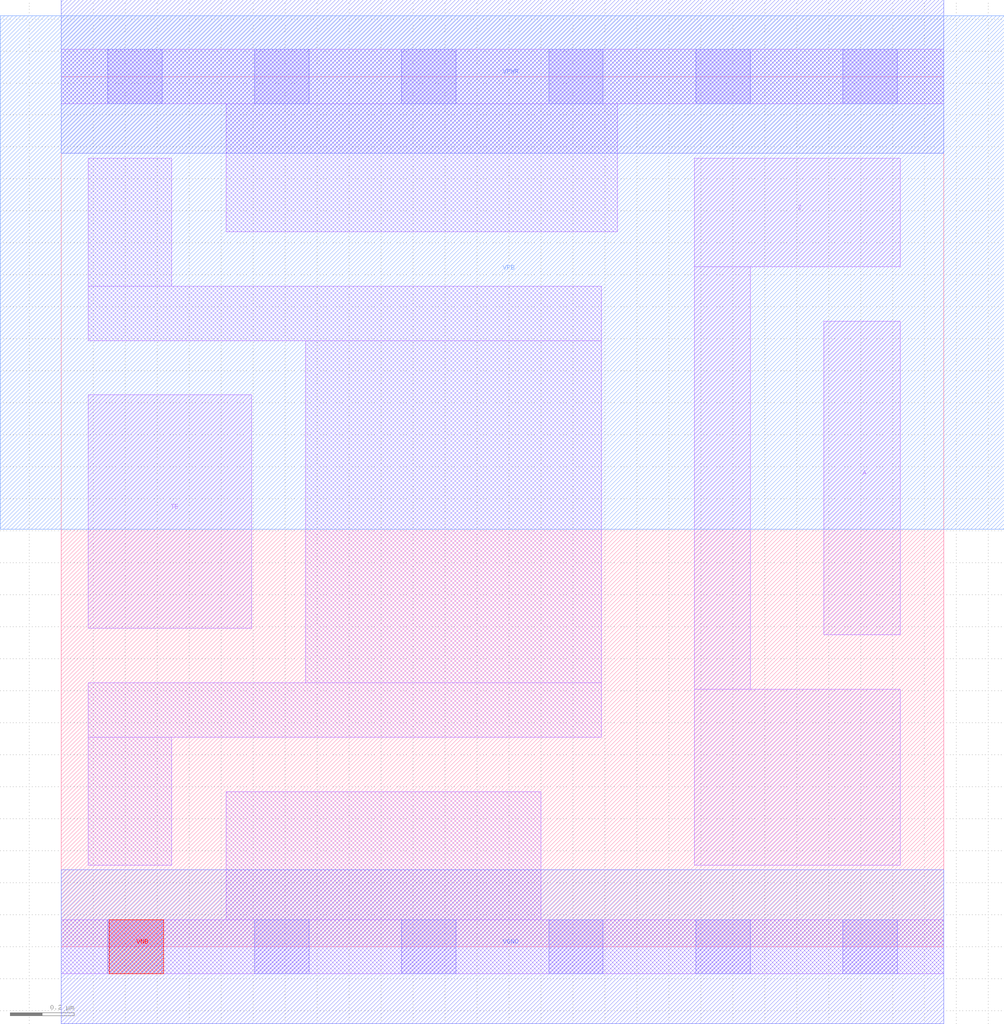
<source format=lef>
# Copyright 2020 The SkyWater PDK Authors
#
# Licensed under the Apache License, Version 2.0 (the "License");
# you may not use this file except in compliance with the License.
# You may obtain a copy of the License at
#
#     https://www.apache.org/licenses/LICENSE-2.0
#
# Unless required by applicable law or agreed to in writing, software
# distributed under the License is distributed on an "AS IS" BASIS,
# WITHOUT WARRANTIES OR CONDITIONS OF ANY KIND, either express or implied.
# See the License for the specific language governing permissions and
# limitations under the License.
#
# SPDX-License-Identifier: Apache-2.0

VERSION 5.7 ;
  NOWIREEXTENSIONATPIN ON ;
  DIVIDERCHAR "/" ;
  BUSBITCHARS "[]" ;
PROPERTYDEFINITIONS
  MACRO maskLayoutSubType STRING ;
  MACRO prCellType STRING ;
  MACRO originalViewName STRING ;
END PROPERTYDEFINITIONS
MACRO sky130_fd_sc_hdll__einvp_1
  CLASS CORE ;
  FOREIGN sky130_fd_sc_hdll__einvp_1 ;
  ORIGIN  0.000000  0.000000 ;
  SIZE  2.760000 BY  2.720000 ;
  SYMMETRY X Y R90 ;
  SITE unithd ;
  PIN A
    ANTENNAGATEAREA  0.277500 ;
    DIRECTION INPUT ;
    USE SIGNAL ;
    PORT
      LAYER li1 ;
        RECT 2.385000 0.975000 2.625000 1.955000 ;
    END
  END A
  PIN TE
    ANTENNAGATEAREA  0.236100 ;
    DIRECTION INPUT ;
    USE SIGNAL ;
    PORT
      LAYER li1 ;
        RECT 0.085000 0.995000 0.595000 1.725000 ;
    END
  END TE
  PIN Z
    ANTENNADIFFAREA  0.488000 ;
    DIRECTION OUTPUT ;
    USE SIGNAL ;
    PORT
      LAYER li1 ;
        RECT 1.980000 0.255000 2.625000 0.805000 ;
        RECT 1.980000 0.805000 2.155000 2.125000 ;
        RECT 1.980000 2.125000 2.625000 2.465000 ;
    END
  END Z
  PIN VGND
    DIRECTION INOUT ;
    USE GROUND ;
    PORT
      LAYER met1 ;
        RECT 0.000000 -0.240000 2.760000 0.240000 ;
    END
  END VGND
  PIN VNB
    DIRECTION INOUT ;
    USE GROUND ;
    PORT
      LAYER pwell ;
        RECT 0.150000 -0.085000 0.320000 0.085000 ;
    END
  END VNB
  PIN VPB
    DIRECTION INOUT ;
    USE POWER ;
    PORT
      LAYER nwell ;
        RECT -0.190000 1.305000 2.950000 2.910000 ;
    END
  END VPB
  PIN VPWR
    DIRECTION INOUT ;
    USE POWER ;
    PORT
      LAYER met1 ;
        RECT 0.000000 2.480000 2.760000 2.960000 ;
    END
  END VPWR
  OBS
    LAYER li1 ;
      RECT 0.000000 -0.085000 2.760000 0.085000 ;
      RECT 0.000000  2.635000 2.760000 2.805000 ;
      RECT 0.085000  0.255000 0.345000 0.655000 ;
      RECT 0.085000  0.655000 1.690000 0.825000 ;
      RECT 0.085000  1.895000 1.690000 2.065000 ;
      RECT 0.085000  2.065000 0.345000 2.465000 ;
      RECT 0.515000  0.085000 1.500000 0.485000 ;
      RECT 0.515000  2.235000 1.740000 2.635000 ;
      RECT 0.765000  0.825000 1.690000 1.895000 ;
    LAYER mcon ;
      RECT 0.145000 -0.085000 0.315000 0.085000 ;
      RECT 0.145000  2.635000 0.315000 2.805000 ;
      RECT 0.605000 -0.085000 0.775000 0.085000 ;
      RECT 0.605000  2.635000 0.775000 2.805000 ;
      RECT 1.065000 -0.085000 1.235000 0.085000 ;
      RECT 1.065000  2.635000 1.235000 2.805000 ;
      RECT 1.525000 -0.085000 1.695000 0.085000 ;
      RECT 1.525000  2.635000 1.695000 2.805000 ;
      RECT 1.985000 -0.085000 2.155000 0.085000 ;
      RECT 1.985000  2.635000 2.155000 2.805000 ;
      RECT 2.445000 -0.085000 2.615000 0.085000 ;
      RECT 2.445000  2.635000 2.615000 2.805000 ;
  END
  PROPERTY maskLayoutSubType "abstract" ;
  PROPERTY prCellType "standard" ;
  PROPERTY originalViewName "layout" ;
END sky130_fd_sc_hdll__einvp_1
END LIBRARY

</source>
